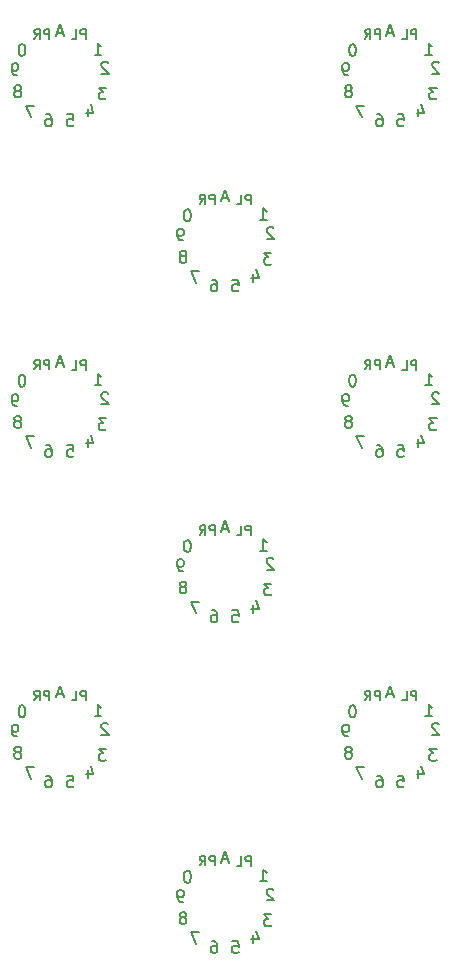
<source format=gbr>
G04 #@! TF.GenerationSoftware,KiCad,Pcbnew,(2018-01-14 revision 63e55e918)-makepkg*
G04 #@! TF.CreationDate,2018-02-22T22:40:35+00:00*
G04 #@! TF.ProjectId,Test nixie bearing,54657374206E69786965206265617269,rev?*
G04 #@! TF.SameCoordinates,Original*
G04 #@! TF.FileFunction,Legend,Bot*
G04 #@! TF.FilePolarity,Positive*
%FSLAX46Y46*%
G04 Gerber Fmt 4.6, Leading zero omitted, Abs format (unit mm)*
G04 Created by KiCad (PCBNEW (2018-01-14 revision 63e55e918)-makepkg) date 02/22/18 22:40:35*
%MOMM*%
%LPD*%
G01*
G04 APERTURE LIST*
%ADD10C,0.150000*%
G04 APERTURE END LIST*
D10*
X98110923Y-110856704D02*
X98110923Y-110056704D01*
X97806161Y-110056704D01*
X97729971Y-110094800D01*
X97691876Y-110132895D01*
X97653780Y-110209085D01*
X97653780Y-110323371D01*
X97691876Y-110399561D01*
X97729971Y-110437657D01*
X97806161Y-110475752D01*
X98110923Y-110475752D01*
X96853780Y-110856704D02*
X97120447Y-110475752D01*
X97310923Y-110856704D02*
X97310923Y-110056704D01*
X97006161Y-110056704D01*
X96929971Y-110094800D01*
X96891876Y-110132895D01*
X96853780Y-110209085D01*
X96853780Y-110323371D01*
X96891876Y-110399561D01*
X96929971Y-110437657D01*
X97006161Y-110475752D01*
X97310923Y-110475752D01*
X95847219Y-111318780D02*
X95751980Y-111318780D01*
X95656742Y-111366400D01*
X95609123Y-111414019D01*
X95561504Y-111509257D01*
X95513885Y-111699733D01*
X95513885Y-111937828D01*
X95561504Y-112128304D01*
X95609123Y-112223542D01*
X95656742Y-112271161D01*
X95751980Y-112318780D01*
X95847219Y-112318780D01*
X95942457Y-112271161D01*
X95990076Y-112223542D01*
X96037695Y-112128304D01*
X96085314Y-111937828D01*
X96085314Y-111699733D01*
X96037695Y-111509257D01*
X95990076Y-111414019D01*
X95942457Y-111366400D01*
X95847219Y-111318780D01*
X95405876Y-113944380D02*
X95215400Y-113944380D01*
X95120161Y-113896761D01*
X95072542Y-113849142D01*
X94977304Y-113706285D01*
X94929685Y-113515809D01*
X94929685Y-113134857D01*
X94977304Y-113039619D01*
X95024923Y-112992000D01*
X95120161Y-112944380D01*
X95310638Y-112944380D01*
X95405876Y-112992000D01*
X95453495Y-113039619D01*
X95501114Y-113134857D01*
X95501114Y-113372952D01*
X95453495Y-113468190D01*
X95405876Y-113515809D01*
X95310638Y-113563428D01*
X95120161Y-113563428D01*
X95024923Y-113515809D01*
X94977304Y-113468190D01*
X94929685Y-113372952D01*
X95539238Y-115252552D02*
X95634476Y-115204933D01*
X95682095Y-115157314D01*
X95729714Y-115062076D01*
X95729714Y-115014457D01*
X95682095Y-114919219D01*
X95634476Y-114871600D01*
X95539238Y-114823980D01*
X95348761Y-114823980D01*
X95253523Y-114871600D01*
X95205904Y-114919219D01*
X95158285Y-115014457D01*
X95158285Y-115062076D01*
X95205904Y-115157314D01*
X95253523Y-115204933D01*
X95348761Y-115252552D01*
X95539238Y-115252552D01*
X95634476Y-115300171D01*
X95682095Y-115347790D01*
X95729714Y-115443028D01*
X95729714Y-115633504D01*
X95682095Y-115728742D01*
X95634476Y-115776361D01*
X95539238Y-115823980D01*
X95348761Y-115823980D01*
X95253523Y-115776361D01*
X95205904Y-115728742D01*
X95158285Y-115633504D01*
X95158285Y-115443028D01*
X95205904Y-115347790D01*
X95253523Y-115300171D01*
X95348761Y-115252552D01*
X96793333Y-116525780D02*
X96126666Y-116525780D01*
X96555238Y-117525780D01*
X97869723Y-117262380D02*
X98060200Y-117262380D01*
X98155438Y-117310000D01*
X98203057Y-117357619D01*
X98298295Y-117500476D01*
X98345914Y-117690952D01*
X98345914Y-118071904D01*
X98298295Y-118167142D01*
X98250676Y-118214761D01*
X98155438Y-118262380D01*
X97964961Y-118262380D01*
X97869723Y-118214761D01*
X97822104Y-118167142D01*
X97774485Y-118071904D01*
X97774485Y-117833809D01*
X97822104Y-117738571D01*
X97869723Y-117690952D01*
X97964961Y-117643333D01*
X98155438Y-117643333D01*
X98250676Y-117690952D01*
X98298295Y-117738571D01*
X98345914Y-117833809D01*
X99625504Y-117262380D02*
X100101695Y-117262380D01*
X100149314Y-117738571D01*
X100101695Y-117690952D01*
X100006457Y-117643333D01*
X99768361Y-117643333D01*
X99673123Y-117690952D01*
X99625504Y-117738571D01*
X99577885Y-117833809D01*
X99577885Y-118071904D01*
X99625504Y-118167142D01*
X99673123Y-118214761D01*
X99768361Y-118262380D01*
X100006457Y-118262380D01*
X100101695Y-118214761D01*
X100149314Y-118167142D01*
X101374923Y-116782914D02*
X101374923Y-117449580D01*
X101613019Y-116401961D02*
X101851114Y-117116247D01*
X101232066Y-117116247D01*
X102914733Y-115001780D02*
X102295685Y-115001780D01*
X102629019Y-115382733D01*
X102486161Y-115382733D01*
X102390923Y-115430352D01*
X102343304Y-115477971D01*
X102295685Y-115573209D01*
X102295685Y-115811304D01*
X102343304Y-115906542D01*
X102390923Y-115954161D01*
X102486161Y-116001780D01*
X102771876Y-116001780D01*
X102867114Y-115954161D01*
X102914733Y-115906542D01*
X101184333Y-110882104D02*
X101184333Y-110082104D01*
X100879571Y-110082104D01*
X100803380Y-110120200D01*
X100765285Y-110158295D01*
X100727190Y-110234485D01*
X100727190Y-110348771D01*
X100765285Y-110424961D01*
X100803380Y-110463057D01*
X100879571Y-110501152D01*
X101184333Y-110501152D01*
X100003380Y-110882104D02*
X100384333Y-110882104D01*
X100384333Y-110082104D01*
X103095714Y-112912619D02*
X103048095Y-112865000D01*
X102952857Y-112817380D01*
X102714761Y-112817380D01*
X102619523Y-112865000D01*
X102571904Y-112912619D01*
X102524285Y-113007857D01*
X102524285Y-113103095D01*
X102571904Y-113245952D01*
X103143333Y-113817380D01*
X102524285Y-113817380D01*
X101965485Y-112217180D02*
X102536914Y-112217180D01*
X102251200Y-112217180D02*
X102251200Y-111217180D01*
X102346438Y-111360038D01*
X102441676Y-111455276D01*
X102536914Y-111502895D01*
X99238095Y-110356666D02*
X98761904Y-110356666D01*
X99333333Y-110642380D02*
X99000000Y-109642380D01*
X98666666Y-110642380D01*
X112110923Y-124856704D02*
X112110923Y-124056704D01*
X111806161Y-124056704D01*
X111729971Y-124094800D01*
X111691876Y-124132895D01*
X111653780Y-124209085D01*
X111653780Y-124323371D01*
X111691876Y-124399561D01*
X111729971Y-124437657D01*
X111806161Y-124475752D01*
X112110923Y-124475752D01*
X110853780Y-124856704D02*
X111120447Y-124475752D01*
X111310923Y-124856704D02*
X111310923Y-124056704D01*
X111006161Y-124056704D01*
X110929971Y-124094800D01*
X110891876Y-124132895D01*
X110853780Y-124209085D01*
X110853780Y-124323371D01*
X110891876Y-124399561D01*
X110929971Y-124437657D01*
X111006161Y-124475752D01*
X111310923Y-124475752D01*
X109847219Y-125318780D02*
X109751980Y-125318780D01*
X109656742Y-125366400D01*
X109609123Y-125414019D01*
X109561504Y-125509257D01*
X109513885Y-125699733D01*
X109513885Y-125937828D01*
X109561504Y-126128304D01*
X109609123Y-126223542D01*
X109656742Y-126271161D01*
X109751980Y-126318780D01*
X109847219Y-126318780D01*
X109942457Y-126271161D01*
X109990076Y-126223542D01*
X110037695Y-126128304D01*
X110085314Y-125937828D01*
X110085314Y-125699733D01*
X110037695Y-125509257D01*
X109990076Y-125414019D01*
X109942457Y-125366400D01*
X109847219Y-125318780D01*
X109405876Y-127944380D02*
X109215400Y-127944380D01*
X109120161Y-127896761D01*
X109072542Y-127849142D01*
X108977304Y-127706285D01*
X108929685Y-127515809D01*
X108929685Y-127134857D01*
X108977304Y-127039619D01*
X109024923Y-126992000D01*
X109120161Y-126944380D01*
X109310638Y-126944380D01*
X109405876Y-126992000D01*
X109453495Y-127039619D01*
X109501114Y-127134857D01*
X109501114Y-127372952D01*
X109453495Y-127468190D01*
X109405876Y-127515809D01*
X109310638Y-127563428D01*
X109120161Y-127563428D01*
X109024923Y-127515809D01*
X108977304Y-127468190D01*
X108929685Y-127372952D01*
X109539238Y-129252552D02*
X109634476Y-129204933D01*
X109682095Y-129157314D01*
X109729714Y-129062076D01*
X109729714Y-129014457D01*
X109682095Y-128919219D01*
X109634476Y-128871600D01*
X109539238Y-128823980D01*
X109348761Y-128823980D01*
X109253523Y-128871600D01*
X109205904Y-128919219D01*
X109158285Y-129014457D01*
X109158285Y-129062076D01*
X109205904Y-129157314D01*
X109253523Y-129204933D01*
X109348761Y-129252552D01*
X109539238Y-129252552D01*
X109634476Y-129300171D01*
X109682095Y-129347790D01*
X109729714Y-129443028D01*
X109729714Y-129633504D01*
X109682095Y-129728742D01*
X109634476Y-129776361D01*
X109539238Y-129823980D01*
X109348761Y-129823980D01*
X109253523Y-129776361D01*
X109205904Y-129728742D01*
X109158285Y-129633504D01*
X109158285Y-129443028D01*
X109205904Y-129347790D01*
X109253523Y-129300171D01*
X109348761Y-129252552D01*
X110793333Y-130525780D02*
X110126666Y-130525780D01*
X110555238Y-131525780D01*
X111869723Y-131262380D02*
X112060200Y-131262380D01*
X112155438Y-131310000D01*
X112203057Y-131357619D01*
X112298295Y-131500476D01*
X112345914Y-131690952D01*
X112345914Y-132071904D01*
X112298295Y-132167142D01*
X112250676Y-132214761D01*
X112155438Y-132262380D01*
X111964961Y-132262380D01*
X111869723Y-132214761D01*
X111822104Y-132167142D01*
X111774485Y-132071904D01*
X111774485Y-131833809D01*
X111822104Y-131738571D01*
X111869723Y-131690952D01*
X111964961Y-131643333D01*
X112155438Y-131643333D01*
X112250676Y-131690952D01*
X112298295Y-131738571D01*
X112345914Y-131833809D01*
X113625504Y-131262380D02*
X114101695Y-131262380D01*
X114149314Y-131738571D01*
X114101695Y-131690952D01*
X114006457Y-131643333D01*
X113768361Y-131643333D01*
X113673123Y-131690952D01*
X113625504Y-131738571D01*
X113577885Y-131833809D01*
X113577885Y-132071904D01*
X113625504Y-132167142D01*
X113673123Y-132214761D01*
X113768361Y-132262380D01*
X114006457Y-132262380D01*
X114101695Y-132214761D01*
X114149314Y-132167142D01*
X115374923Y-130782914D02*
X115374923Y-131449580D01*
X115613019Y-130401961D02*
X115851114Y-131116247D01*
X115232066Y-131116247D01*
X116914733Y-129001780D02*
X116295685Y-129001780D01*
X116629019Y-129382733D01*
X116486161Y-129382733D01*
X116390923Y-129430352D01*
X116343304Y-129477971D01*
X116295685Y-129573209D01*
X116295685Y-129811304D01*
X116343304Y-129906542D01*
X116390923Y-129954161D01*
X116486161Y-130001780D01*
X116771876Y-130001780D01*
X116867114Y-129954161D01*
X116914733Y-129906542D01*
X115184333Y-124882104D02*
X115184333Y-124082104D01*
X114879571Y-124082104D01*
X114803380Y-124120200D01*
X114765285Y-124158295D01*
X114727190Y-124234485D01*
X114727190Y-124348771D01*
X114765285Y-124424961D01*
X114803380Y-124463057D01*
X114879571Y-124501152D01*
X115184333Y-124501152D01*
X114003380Y-124882104D02*
X114384333Y-124882104D01*
X114384333Y-124082104D01*
X117095714Y-126912619D02*
X117048095Y-126865000D01*
X116952857Y-126817380D01*
X116714761Y-126817380D01*
X116619523Y-126865000D01*
X116571904Y-126912619D01*
X116524285Y-127007857D01*
X116524285Y-127103095D01*
X116571904Y-127245952D01*
X117143333Y-127817380D01*
X116524285Y-127817380D01*
X115965485Y-126217180D02*
X116536914Y-126217180D01*
X116251200Y-126217180D02*
X116251200Y-125217180D01*
X116346438Y-125360038D01*
X116441676Y-125455276D01*
X116536914Y-125502895D01*
X113238095Y-124356666D02*
X112761904Y-124356666D01*
X113333333Y-124642380D02*
X113000000Y-123642380D01*
X112666666Y-124642380D01*
X126110923Y-110856704D02*
X126110923Y-110056704D01*
X125806161Y-110056704D01*
X125729971Y-110094800D01*
X125691876Y-110132895D01*
X125653780Y-110209085D01*
X125653780Y-110323371D01*
X125691876Y-110399561D01*
X125729971Y-110437657D01*
X125806161Y-110475752D01*
X126110923Y-110475752D01*
X124853780Y-110856704D02*
X125120447Y-110475752D01*
X125310923Y-110856704D02*
X125310923Y-110056704D01*
X125006161Y-110056704D01*
X124929971Y-110094800D01*
X124891876Y-110132895D01*
X124853780Y-110209085D01*
X124853780Y-110323371D01*
X124891876Y-110399561D01*
X124929971Y-110437657D01*
X125006161Y-110475752D01*
X125310923Y-110475752D01*
X123847219Y-111318780D02*
X123751980Y-111318780D01*
X123656742Y-111366400D01*
X123609123Y-111414019D01*
X123561504Y-111509257D01*
X123513885Y-111699733D01*
X123513885Y-111937828D01*
X123561504Y-112128304D01*
X123609123Y-112223542D01*
X123656742Y-112271161D01*
X123751980Y-112318780D01*
X123847219Y-112318780D01*
X123942457Y-112271161D01*
X123990076Y-112223542D01*
X124037695Y-112128304D01*
X124085314Y-111937828D01*
X124085314Y-111699733D01*
X124037695Y-111509257D01*
X123990076Y-111414019D01*
X123942457Y-111366400D01*
X123847219Y-111318780D01*
X123405876Y-113944380D02*
X123215400Y-113944380D01*
X123120161Y-113896761D01*
X123072542Y-113849142D01*
X122977304Y-113706285D01*
X122929685Y-113515809D01*
X122929685Y-113134857D01*
X122977304Y-113039619D01*
X123024923Y-112992000D01*
X123120161Y-112944380D01*
X123310638Y-112944380D01*
X123405876Y-112992000D01*
X123453495Y-113039619D01*
X123501114Y-113134857D01*
X123501114Y-113372952D01*
X123453495Y-113468190D01*
X123405876Y-113515809D01*
X123310638Y-113563428D01*
X123120161Y-113563428D01*
X123024923Y-113515809D01*
X122977304Y-113468190D01*
X122929685Y-113372952D01*
X123539238Y-115252552D02*
X123634476Y-115204933D01*
X123682095Y-115157314D01*
X123729714Y-115062076D01*
X123729714Y-115014457D01*
X123682095Y-114919219D01*
X123634476Y-114871600D01*
X123539238Y-114823980D01*
X123348761Y-114823980D01*
X123253523Y-114871600D01*
X123205904Y-114919219D01*
X123158285Y-115014457D01*
X123158285Y-115062076D01*
X123205904Y-115157314D01*
X123253523Y-115204933D01*
X123348761Y-115252552D01*
X123539238Y-115252552D01*
X123634476Y-115300171D01*
X123682095Y-115347790D01*
X123729714Y-115443028D01*
X123729714Y-115633504D01*
X123682095Y-115728742D01*
X123634476Y-115776361D01*
X123539238Y-115823980D01*
X123348761Y-115823980D01*
X123253523Y-115776361D01*
X123205904Y-115728742D01*
X123158285Y-115633504D01*
X123158285Y-115443028D01*
X123205904Y-115347790D01*
X123253523Y-115300171D01*
X123348761Y-115252552D01*
X124793333Y-116525780D02*
X124126666Y-116525780D01*
X124555238Y-117525780D01*
X125869723Y-117262380D02*
X126060200Y-117262380D01*
X126155438Y-117310000D01*
X126203057Y-117357619D01*
X126298295Y-117500476D01*
X126345914Y-117690952D01*
X126345914Y-118071904D01*
X126298295Y-118167142D01*
X126250676Y-118214761D01*
X126155438Y-118262380D01*
X125964961Y-118262380D01*
X125869723Y-118214761D01*
X125822104Y-118167142D01*
X125774485Y-118071904D01*
X125774485Y-117833809D01*
X125822104Y-117738571D01*
X125869723Y-117690952D01*
X125964961Y-117643333D01*
X126155438Y-117643333D01*
X126250676Y-117690952D01*
X126298295Y-117738571D01*
X126345914Y-117833809D01*
X127625504Y-117262380D02*
X128101695Y-117262380D01*
X128149314Y-117738571D01*
X128101695Y-117690952D01*
X128006457Y-117643333D01*
X127768361Y-117643333D01*
X127673123Y-117690952D01*
X127625504Y-117738571D01*
X127577885Y-117833809D01*
X127577885Y-118071904D01*
X127625504Y-118167142D01*
X127673123Y-118214761D01*
X127768361Y-118262380D01*
X128006457Y-118262380D01*
X128101695Y-118214761D01*
X128149314Y-118167142D01*
X129374923Y-116782914D02*
X129374923Y-117449580D01*
X129613019Y-116401961D02*
X129851114Y-117116247D01*
X129232066Y-117116247D01*
X130914733Y-115001780D02*
X130295685Y-115001780D01*
X130629019Y-115382733D01*
X130486161Y-115382733D01*
X130390923Y-115430352D01*
X130343304Y-115477971D01*
X130295685Y-115573209D01*
X130295685Y-115811304D01*
X130343304Y-115906542D01*
X130390923Y-115954161D01*
X130486161Y-116001780D01*
X130771876Y-116001780D01*
X130867114Y-115954161D01*
X130914733Y-115906542D01*
X129184333Y-110882104D02*
X129184333Y-110082104D01*
X128879571Y-110082104D01*
X128803380Y-110120200D01*
X128765285Y-110158295D01*
X128727190Y-110234485D01*
X128727190Y-110348771D01*
X128765285Y-110424961D01*
X128803380Y-110463057D01*
X128879571Y-110501152D01*
X129184333Y-110501152D01*
X128003380Y-110882104D02*
X128384333Y-110882104D01*
X128384333Y-110082104D01*
X131095714Y-112912619D02*
X131048095Y-112865000D01*
X130952857Y-112817380D01*
X130714761Y-112817380D01*
X130619523Y-112865000D01*
X130571904Y-112912619D01*
X130524285Y-113007857D01*
X130524285Y-113103095D01*
X130571904Y-113245952D01*
X131143333Y-113817380D01*
X130524285Y-113817380D01*
X129965485Y-112217180D02*
X130536914Y-112217180D01*
X130251200Y-112217180D02*
X130251200Y-111217180D01*
X130346438Y-111360038D01*
X130441676Y-111455276D01*
X130536914Y-111502895D01*
X127238095Y-110356666D02*
X126761904Y-110356666D01*
X127333333Y-110642380D02*
X127000000Y-109642380D01*
X126666666Y-110642380D01*
X112110923Y-96856704D02*
X112110923Y-96056704D01*
X111806161Y-96056704D01*
X111729971Y-96094800D01*
X111691876Y-96132895D01*
X111653780Y-96209085D01*
X111653780Y-96323371D01*
X111691876Y-96399561D01*
X111729971Y-96437657D01*
X111806161Y-96475752D01*
X112110923Y-96475752D01*
X110853780Y-96856704D02*
X111120447Y-96475752D01*
X111310923Y-96856704D02*
X111310923Y-96056704D01*
X111006161Y-96056704D01*
X110929971Y-96094800D01*
X110891876Y-96132895D01*
X110853780Y-96209085D01*
X110853780Y-96323371D01*
X110891876Y-96399561D01*
X110929971Y-96437657D01*
X111006161Y-96475752D01*
X111310923Y-96475752D01*
X109847219Y-97318780D02*
X109751980Y-97318780D01*
X109656742Y-97366400D01*
X109609123Y-97414019D01*
X109561504Y-97509257D01*
X109513885Y-97699733D01*
X109513885Y-97937828D01*
X109561504Y-98128304D01*
X109609123Y-98223542D01*
X109656742Y-98271161D01*
X109751980Y-98318780D01*
X109847219Y-98318780D01*
X109942457Y-98271161D01*
X109990076Y-98223542D01*
X110037695Y-98128304D01*
X110085314Y-97937828D01*
X110085314Y-97699733D01*
X110037695Y-97509257D01*
X109990076Y-97414019D01*
X109942457Y-97366400D01*
X109847219Y-97318780D01*
X109405876Y-99944380D02*
X109215400Y-99944380D01*
X109120161Y-99896761D01*
X109072542Y-99849142D01*
X108977304Y-99706285D01*
X108929685Y-99515809D01*
X108929685Y-99134857D01*
X108977304Y-99039619D01*
X109024923Y-98992000D01*
X109120161Y-98944380D01*
X109310638Y-98944380D01*
X109405876Y-98992000D01*
X109453495Y-99039619D01*
X109501114Y-99134857D01*
X109501114Y-99372952D01*
X109453495Y-99468190D01*
X109405876Y-99515809D01*
X109310638Y-99563428D01*
X109120161Y-99563428D01*
X109024923Y-99515809D01*
X108977304Y-99468190D01*
X108929685Y-99372952D01*
X109539238Y-101252552D02*
X109634476Y-101204933D01*
X109682095Y-101157314D01*
X109729714Y-101062076D01*
X109729714Y-101014457D01*
X109682095Y-100919219D01*
X109634476Y-100871600D01*
X109539238Y-100823980D01*
X109348761Y-100823980D01*
X109253523Y-100871600D01*
X109205904Y-100919219D01*
X109158285Y-101014457D01*
X109158285Y-101062076D01*
X109205904Y-101157314D01*
X109253523Y-101204933D01*
X109348761Y-101252552D01*
X109539238Y-101252552D01*
X109634476Y-101300171D01*
X109682095Y-101347790D01*
X109729714Y-101443028D01*
X109729714Y-101633504D01*
X109682095Y-101728742D01*
X109634476Y-101776361D01*
X109539238Y-101823980D01*
X109348761Y-101823980D01*
X109253523Y-101776361D01*
X109205904Y-101728742D01*
X109158285Y-101633504D01*
X109158285Y-101443028D01*
X109205904Y-101347790D01*
X109253523Y-101300171D01*
X109348761Y-101252552D01*
X110793333Y-102525780D02*
X110126666Y-102525780D01*
X110555238Y-103525780D01*
X111869723Y-103262380D02*
X112060200Y-103262380D01*
X112155438Y-103310000D01*
X112203057Y-103357619D01*
X112298295Y-103500476D01*
X112345914Y-103690952D01*
X112345914Y-104071904D01*
X112298295Y-104167142D01*
X112250676Y-104214761D01*
X112155438Y-104262380D01*
X111964961Y-104262380D01*
X111869723Y-104214761D01*
X111822104Y-104167142D01*
X111774485Y-104071904D01*
X111774485Y-103833809D01*
X111822104Y-103738571D01*
X111869723Y-103690952D01*
X111964961Y-103643333D01*
X112155438Y-103643333D01*
X112250676Y-103690952D01*
X112298295Y-103738571D01*
X112345914Y-103833809D01*
X113625504Y-103262380D02*
X114101695Y-103262380D01*
X114149314Y-103738571D01*
X114101695Y-103690952D01*
X114006457Y-103643333D01*
X113768361Y-103643333D01*
X113673123Y-103690952D01*
X113625504Y-103738571D01*
X113577885Y-103833809D01*
X113577885Y-104071904D01*
X113625504Y-104167142D01*
X113673123Y-104214761D01*
X113768361Y-104262380D01*
X114006457Y-104262380D01*
X114101695Y-104214761D01*
X114149314Y-104167142D01*
X115374923Y-102782914D02*
X115374923Y-103449580D01*
X115613019Y-102401961D02*
X115851114Y-103116247D01*
X115232066Y-103116247D01*
X116914733Y-101001780D02*
X116295685Y-101001780D01*
X116629019Y-101382733D01*
X116486161Y-101382733D01*
X116390923Y-101430352D01*
X116343304Y-101477971D01*
X116295685Y-101573209D01*
X116295685Y-101811304D01*
X116343304Y-101906542D01*
X116390923Y-101954161D01*
X116486161Y-102001780D01*
X116771876Y-102001780D01*
X116867114Y-101954161D01*
X116914733Y-101906542D01*
X115184333Y-96882104D02*
X115184333Y-96082104D01*
X114879571Y-96082104D01*
X114803380Y-96120200D01*
X114765285Y-96158295D01*
X114727190Y-96234485D01*
X114727190Y-96348771D01*
X114765285Y-96424961D01*
X114803380Y-96463057D01*
X114879571Y-96501152D01*
X115184333Y-96501152D01*
X114003380Y-96882104D02*
X114384333Y-96882104D01*
X114384333Y-96082104D01*
X117095714Y-98912619D02*
X117048095Y-98865000D01*
X116952857Y-98817380D01*
X116714761Y-98817380D01*
X116619523Y-98865000D01*
X116571904Y-98912619D01*
X116524285Y-99007857D01*
X116524285Y-99103095D01*
X116571904Y-99245952D01*
X117143333Y-99817380D01*
X116524285Y-99817380D01*
X115965485Y-98217180D02*
X116536914Y-98217180D01*
X116251200Y-98217180D02*
X116251200Y-97217180D01*
X116346438Y-97360038D01*
X116441676Y-97455276D01*
X116536914Y-97502895D01*
X113238095Y-96356666D02*
X112761904Y-96356666D01*
X113333333Y-96642380D02*
X113000000Y-95642380D01*
X112666666Y-96642380D01*
X126110923Y-82856704D02*
X126110923Y-82056704D01*
X125806161Y-82056704D01*
X125729971Y-82094800D01*
X125691876Y-82132895D01*
X125653780Y-82209085D01*
X125653780Y-82323371D01*
X125691876Y-82399561D01*
X125729971Y-82437657D01*
X125806161Y-82475752D01*
X126110923Y-82475752D01*
X124853780Y-82856704D02*
X125120447Y-82475752D01*
X125310923Y-82856704D02*
X125310923Y-82056704D01*
X125006161Y-82056704D01*
X124929971Y-82094800D01*
X124891876Y-82132895D01*
X124853780Y-82209085D01*
X124853780Y-82323371D01*
X124891876Y-82399561D01*
X124929971Y-82437657D01*
X125006161Y-82475752D01*
X125310923Y-82475752D01*
X123847219Y-83318780D02*
X123751980Y-83318780D01*
X123656742Y-83366400D01*
X123609123Y-83414019D01*
X123561504Y-83509257D01*
X123513885Y-83699733D01*
X123513885Y-83937828D01*
X123561504Y-84128304D01*
X123609123Y-84223542D01*
X123656742Y-84271161D01*
X123751980Y-84318780D01*
X123847219Y-84318780D01*
X123942457Y-84271161D01*
X123990076Y-84223542D01*
X124037695Y-84128304D01*
X124085314Y-83937828D01*
X124085314Y-83699733D01*
X124037695Y-83509257D01*
X123990076Y-83414019D01*
X123942457Y-83366400D01*
X123847219Y-83318780D01*
X123405876Y-85944380D02*
X123215400Y-85944380D01*
X123120161Y-85896761D01*
X123072542Y-85849142D01*
X122977304Y-85706285D01*
X122929685Y-85515809D01*
X122929685Y-85134857D01*
X122977304Y-85039619D01*
X123024923Y-84992000D01*
X123120161Y-84944380D01*
X123310638Y-84944380D01*
X123405876Y-84992000D01*
X123453495Y-85039619D01*
X123501114Y-85134857D01*
X123501114Y-85372952D01*
X123453495Y-85468190D01*
X123405876Y-85515809D01*
X123310638Y-85563428D01*
X123120161Y-85563428D01*
X123024923Y-85515809D01*
X122977304Y-85468190D01*
X122929685Y-85372952D01*
X123539238Y-87252552D02*
X123634476Y-87204933D01*
X123682095Y-87157314D01*
X123729714Y-87062076D01*
X123729714Y-87014457D01*
X123682095Y-86919219D01*
X123634476Y-86871600D01*
X123539238Y-86823980D01*
X123348761Y-86823980D01*
X123253523Y-86871600D01*
X123205904Y-86919219D01*
X123158285Y-87014457D01*
X123158285Y-87062076D01*
X123205904Y-87157314D01*
X123253523Y-87204933D01*
X123348761Y-87252552D01*
X123539238Y-87252552D01*
X123634476Y-87300171D01*
X123682095Y-87347790D01*
X123729714Y-87443028D01*
X123729714Y-87633504D01*
X123682095Y-87728742D01*
X123634476Y-87776361D01*
X123539238Y-87823980D01*
X123348761Y-87823980D01*
X123253523Y-87776361D01*
X123205904Y-87728742D01*
X123158285Y-87633504D01*
X123158285Y-87443028D01*
X123205904Y-87347790D01*
X123253523Y-87300171D01*
X123348761Y-87252552D01*
X124793333Y-88525780D02*
X124126666Y-88525780D01*
X124555238Y-89525780D01*
X125869723Y-89262380D02*
X126060200Y-89262380D01*
X126155438Y-89310000D01*
X126203057Y-89357619D01*
X126298295Y-89500476D01*
X126345914Y-89690952D01*
X126345914Y-90071904D01*
X126298295Y-90167142D01*
X126250676Y-90214761D01*
X126155438Y-90262380D01*
X125964961Y-90262380D01*
X125869723Y-90214761D01*
X125822104Y-90167142D01*
X125774485Y-90071904D01*
X125774485Y-89833809D01*
X125822104Y-89738571D01*
X125869723Y-89690952D01*
X125964961Y-89643333D01*
X126155438Y-89643333D01*
X126250676Y-89690952D01*
X126298295Y-89738571D01*
X126345914Y-89833809D01*
X127625504Y-89262380D02*
X128101695Y-89262380D01*
X128149314Y-89738571D01*
X128101695Y-89690952D01*
X128006457Y-89643333D01*
X127768361Y-89643333D01*
X127673123Y-89690952D01*
X127625504Y-89738571D01*
X127577885Y-89833809D01*
X127577885Y-90071904D01*
X127625504Y-90167142D01*
X127673123Y-90214761D01*
X127768361Y-90262380D01*
X128006457Y-90262380D01*
X128101695Y-90214761D01*
X128149314Y-90167142D01*
X129374923Y-88782914D02*
X129374923Y-89449580D01*
X129613019Y-88401961D02*
X129851114Y-89116247D01*
X129232066Y-89116247D01*
X130914733Y-87001780D02*
X130295685Y-87001780D01*
X130629019Y-87382733D01*
X130486161Y-87382733D01*
X130390923Y-87430352D01*
X130343304Y-87477971D01*
X130295685Y-87573209D01*
X130295685Y-87811304D01*
X130343304Y-87906542D01*
X130390923Y-87954161D01*
X130486161Y-88001780D01*
X130771876Y-88001780D01*
X130867114Y-87954161D01*
X130914733Y-87906542D01*
X129184333Y-82882104D02*
X129184333Y-82082104D01*
X128879571Y-82082104D01*
X128803380Y-82120200D01*
X128765285Y-82158295D01*
X128727190Y-82234485D01*
X128727190Y-82348771D01*
X128765285Y-82424961D01*
X128803380Y-82463057D01*
X128879571Y-82501152D01*
X129184333Y-82501152D01*
X128003380Y-82882104D02*
X128384333Y-82882104D01*
X128384333Y-82082104D01*
X131095714Y-84912619D02*
X131048095Y-84865000D01*
X130952857Y-84817380D01*
X130714761Y-84817380D01*
X130619523Y-84865000D01*
X130571904Y-84912619D01*
X130524285Y-85007857D01*
X130524285Y-85103095D01*
X130571904Y-85245952D01*
X131143333Y-85817380D01*
X130524285Y-85817380D01*
X129965485Y-84217180D02*
X130536914Y-84217180D01*
X130251200Y-84217180D02*
X130251200Y-83217180D01*
X130346438Y-83360038D01*
X130441676Y-83455276D01*
X130536914Y-83502895D01*
X127238095Y-82356666D02*
X126761904Y-82356666D01*
X127333333Y-82642380D02*
X127000000Y-81642380D01*
X126666666Y-82642380D01*
X98110923Y-82856704D02*
X98110923Y-82056704D01*
X97806161Y-82056704D01*
X97729971Y-82094800D01*
X97691876Y-82132895D01*
X97653780Y-82209085D01*
X97653780Y-82323371D01*
X97691876Y-82399561D01*
X97729971Y-82437657D01*
X97806161Y-82475752D01*
X98110923Y-82475752D01*
X96853780Y-82856704D02*
X97120447Y-82475752D01*
X97310923Y-82856704D02*
X97310923Y-82056704D01*
X97006161Y-82056704D01*
X96929971Y-82094800D01*
X96891876Y-82132895D01*
X96853780Y-82209085D01*
X96853780Y-82323371D01*
X96891876Y-82399561D01*
X96929971Y-82437657D01*
X97006161Y-82475752D01*
X97310923Y-82475752D01*
X95847219Y-83318780D02*
X95751980Y-83318780D01*
X95656742Y-83366400D01*
X95609123Y-83414019D01*
X95561504Y-83509257D01*
X95513885Y-83699733D01*
X95513885Y-83937828D01*
X95561504Y-84128304D01*
X95609123Y-84223542D01*
X95656742Y-84271161D01*
X95751980Y-84318780D01*
X95847219Y-84318780D01*
X95942457Y-84271161D01*
X95990076Y-84223542D01*
X96037695Y-84128304D01*
X96085314Y-83937828D01*
X96085314Y-83699733D01*
X96037695Y-83509257D01*
X95990076Y-83414019D01*
X95942457Y-83366400D01*
X95847219Y-83318780D01*
X95405876Y-85944380D02*
X95215400Y-85944380D01*
X95120161Y-85896761D01*
X95072542Y-85849142D01*
X94977304Y-85706285D01*
X94929685Y-85515809D01*
X94929685Y-85134857D01*
X94977304Y-85039619D01*
X95024923Y-84992000D01*
X95120161Y-84944380D01*
X95310638Y-84944380D01*
X95405876Y-84992000D01*
X95453495Y-85039619D01*
X95501114Y-85134857D01*
X95501114Y-85372952D01*
X95453495Y-85468190D01*
X95405876Y-85515809D01*
X95310638Y-85563428D01*
X95120161Y-85563428D01*
X95024923Y-85515809D01*
X94977304Y-85468190D01*
X94929685Y-85372952D01*
X95539238Y-87252552D02*
X95634476Y-87204933D01*
X95682095Y-87157314D01*
X95729714Y-87062076D01*
X95729714Y-87014457D01*
X95682095Y-86919219D01*
X95634476Y-86871600D01*
X95539238Y-86823980D01*
X95348761Y-86823980D01*
X95253523Y-86871600D01*
X95205904Y-86919219D01*
X95158285Y-87014457D01*
X95158285Y-87062076D01*
X95205904Y-87157314D01*
X95253523Y-87204933D01*
X95348761Y-87252552D01*
X95539238Y-87252552D01*
X95634476Y-87300171D01*
X95682095Y-87347790D01*
X95729714Y-87443028D01*
X95729714Y-87633504D01*
X95682095Y-87728742D01*
X95634476Y-87776361D01*
X95539238Y-87823980D01*
X95348761Y-87823980D01*
X95253523Y-87776361D01*
X95205904Y-87728742D01*
X95158285Y-87633504D01*
X95158285Y-87443028D01*
X95205904Y-87347790D01*
X95253523Y-87300171D01*
X95348761Y-87252552D01*
X96793333Y-88525780D02*
X96126666Y-88525780D01*
X96555238Y-89525780D01*
X97869723Y-89262380D02*
X98060200Y-89262380D01*
X98155438Y-89310000D01*
X98203057Y-89357619D01*
X98298295Y-89500476D01*
X98345914Y-89690952D01*
X98345914Y-90071904D01*
X98298295Y-90167142D01*
X98250676Y-90214761D01*
X98155438Y-90262380D01*
X97964961Y-90262380D01*
X97869723Y-90214761D01*
X97822104Y-90167142D01*
X97774485Y-90071904D01*
X97774485Y-89833809D01*
X97822104Y-89738571D01*
X97869723Y-89690952D01*
X97964961Y-89643333D01*
X98155438Y-89643333D01*
X98250676Y-89690952D01*
X98298295Y-89738571D01*
X98345914Y-89833809D01*
X99625504Y-89262380D02*
X100101695Y-89262380D01*
X100149314Y-89738571D01*
X100101695Y-89690952D01*
X100006457Y-89643333D01*
X99768361Y-89643333D01*
X99673123Y-89690952D01*
X99625504Y-89738571D01*
X99577885Y-89833809D01*
X99577885Y-90071904D01*
X99625504Y-90167142D01*
X99673123Y-90214761D01*
X99768361Y-90262380D01*
X100006457Y-90262380D01*
X100101695Y-90214761D01*
X100149314Y-90167142D01*
X101374923Y-88782914D02*
X101374923Y-89449580D01*
X101613019Y-88401961D02*
X101851114Y-89116247D01*
X101232066Y-89116247D01*
X102914733Y-87001780D02*
X102295685Y-87001780D01*
X102629019Y-87382733D01*
X102486161Y-87382733D01*
X102390923Y-87430352D01*
X102343304Y-87477971D01*
X102295685Y-87573209D01*
X102295685Y-87811304D01*
X102343304Y-87906542D01*
X102390923Y-87954161D01*
X102486161Y-88001780D01*
X102771876Y-88001780D01*
X102867114Y-87954161D01*
X102914733Y-87906542D01*
X101184333Y-82882104D02*
X101184333Y-82082104D01*
X100879571Y-82082104D01*
X100803380Y-82120200D01*
X100765285Y-82158295D01*
X100727190Y-82234485D01*
X100727190Y-82348771D01*
X100765285Y-82424961D01*
X100803380Y-82463057D01*
X100879571Y-82501152D01*
X101184333Y-82501152D01*
X100003380Y-82882104D02*
X100384333Y-82882104D01*
X100384333Y-82082104D01*
X103095714Y-84912619D02*
X103048095Y-84865000D01*
X102952857Y-84817380D01*
X102714761Y-84817380D01*
X102619523Y-84865000D01*
X102571904Y-84912619D01*
X102524285Y-85007857D01*
X102524285Y-85103095D01*
X102571904Y-85245952D01*
X103143333Y-85817380D01*
X102524285Y-85817380D01*
X101965485Y-84217180D02*
X102536914Y-84217180D01*
X102251200Y-84217180D02*
X102251200Y-83217180D01*
X102346438Y-83360038D01*
X102441676Y-83455276D01*
X102536914Y-83502895D01*
X99238095Y-82356666D02*
X98761904Y-82356666D01*
X99333333Y-82642380D02*
X99000000Y-81642380D01*
X98666666Y-82642380D01*
X112110923Y-68856704D02*
X112110923Y-68056704D01*
X111806161Y-68056704D01*
X111729971Y-68094800D01*
X111691876Y-68132895D01*
X111653780Y-68209085D01*
X111653780Y-68323371D01*
X111691876Y-68399561D01*
X111729971Y-68437657D01*
X111806161Y-68475752D01*
X112110923Y-68475752D01*
X110853780Y-68856704D02*
X111120447Y-68475752D01*
X111310923Y-68856704D02*
X111310923Y-68056704D01*
X111006161Y-68056704D01*
X110929971Y-68094800D01*
X110891876Y-68132895D01*
X110853780Y-68209085D01*
X110853780Y-68323371D01*
X110891876Y-68399561D01*
X110929971Y-68437657D01*
X111006161Y-68475752D01*
X111310923Y-68475752D01*
X109847219Y-69318780D02*
X109751980Y-69318780D01*
X109656742Y-69366400D01*
X109609123Y-69414019D01*
X109561504Y-69509257D01*
X109513885Y-69699733D01*
X109513885Y-69937828D01*
X109561504Y-70128304D01*
X109609123Y-70223542D01*
X109656742Y-70271161D01*
X109751980Y-70318780D01*
X109847219Y-70318780D01*
X109942457Y-70271161D01*
X109990076Y-70223542D01*
X110037695Y-70128304D01*
X110085314Y-69937828D01*
X110085314Y-69699733D01*
X110037695Y-69509257D01*
X109990076Y-69414019D01*
X109942457Y-69366400D01*
X109847219Y-69318780D01*
X109405876Y-71944380D02*
X109215400Y-71944380D01*
X109120161Y-71896761D01*
X109072542Y-71849142D01*
X108977304Y-71706285D01*
X108929685Y-71515809D01*
X108929685Y-71134857D01*
X108977304Y-71039619D01*
X109024923Y-70992000D01*
X109120161Y-70944380D01*
X109310638Y-70944380D01*
X109405876Y-70992000D01*
X109453495Y-71039619D01*
X109501114Y-71134857D01*
X109501114Y-71372952D01*
X109453495Y-71468190D01*
X109405876Y-71515809D01*
X109310638Y-71563428D01*
X109120161Y-71563428D01*
X109024923Y-71515809D01*
X108977304Y-71468190D01*
X108929685Y-71372952D01*
X109539238Y-73252552D02*
X109634476Y-73204933D01*
X109682095Y-73157314D01*
X109729714Y-73062076D01*
X109729714Y-73014457D01*
X109682095Y-72919219D01*
X109634476Y-72871600D01*
X109539238Y-72823980D01*
X109348761Y-72823980D01*
X109253523Y-72871600D01*
X109205904Y-72919219D01*
X109158285Y-73014457D01*
X109158285Y-73062076D01*
X109205904Y-73157314D01*
X109253523Y-73204933D01*
X109348761Y-73252552D01*
X109539238Y-73252552D01*
X109634476Y-73300171D01*
X109682095Y-73347790D01*
X109729714Y-73443028D01*
X109729714Y-73633504D01*
X109682095Y-73728742D01*
X109634476Y-73776361D01*
X109539238Y-73823980D01*
X109348761Y-73823980D01*
X109253523Y-73776361D01*
X109205904Y-73728742D01*
X109158285Y-73633504D01*
X109158285Y-73443028D01*
X109205904Y-73347790D01*
X109253523Y-73300171D01*
X109348761Y-73252552D01*
X110793333Y-74525780D02*
X110126666Y-74525780D01*
X110555238Y-75525780D01*
X111869723Y-75262380D02*
X112060200Y-75262380D01*
X112155438Y-75310000D01*
X112203057Y-75357619D01*
X112298295Y-75500476D01*
X112345914Y-75690952D01*
X112345914Y-76071904D01*
X112298295Y-76167142D01*
X112250676Y-76214761D01*
X112155438Y-76262380D01*
X111964961Y-76262380D01*
X111869723Y-76214761D01*
X111822104Y-76167142D01*
X111774485Y-76071904D01*
X111774485Y-75833809D01*
X111822104Y-75738571D01*
X111869723Y-75690952D01*
X111964961Y-75643333D01*
X112155438Y-75643333D01*
X112250676Y-75690952D01*
X112298295Y-75738571D01*
X112345914Y-75833809D01*
X113625504Y-75262380D02*
X114101695Y-75262380D01*
X114149314Y-75738571D01*
X114101695Y-75690952D01*
X114006457Y-75643333D01*
X113768361Y-75643333D01*
X113673123Y-75690952D01*
X113625504Y-75738571D01*
X113577885Y-75833809D01*
X113577885Y-76071904D01*
X113625504Y-76167142D01*
X113673123Y-76214761D01*
X113768361Y-76262380D01*
X114006457Y-76262380D01*
X114101695Y-76214761D01*
X114149314Y-76167142D01*
X115374923Y-74782914D02*
X115374923Y-75449580D01*
X115613019Y-74401961D02*
X115851114Y-75116247D01*
X115232066Y-75116247D01*
X116914733Y-73001780D02*
X116295685Y-73001780D01*
X116629019Y-73382733D01*
X116486161Y-73382733D01*
X116390923Y-73430352D01*
X116343304Y-73477971D01*
X116295685Y-73573209D01*
X116295685Y-73811304D01*
X116343304Y-73906542D01*
X116390923Y-73954161D01*
X116486161Y-74001780D01*
X116771876Y-74001780D01*
X116867114Y-73954161D01*
X116914733Y-73906542D01*
X115184333Y-68882104D02*
X115184333Y-68082104D01*
X114879571Y-68082104D01*
X114803380Y-68120200D01*
X114765285Y-68158295D01*
X114727190Y-68234485D01*
X114727190Y-68348771D01*
X114765285Y-68424961D01*
X114803380Y-68463057D01*
X114879571Y-68501152D01*
X115184333Y-68501152D01*
X114003380Y-68882104D02*
X114384333Y-68882104D01*
X114384333Y-68082104D01*
X117095714Y-70912619D02*
X117048095Y-70865000D01*
X116952857Y-70817380D01*
X116714761Y-70817380D01*
X116619523Y-70865000D01*
X116571904Y-70912619D01*
X116524285Y-71007857D01*
X116524285Y-71103095D01*
X116571904Y-71245952D01*
X117143333Y-71817380D01*
X116524285Y-71817380D01*
X115965485Y-70217180D02*
X116536914Y-70217180D01*
X116251200Y-70217180D02*
X116251200Y-69217180D01*
X116346438Y-69360038D01*
X116441676Y-69455276D01*
X116536914Y-69502895D01*
X113238095Y-68356666D02*
X112761904Y-68356666D01*
X113333333Y-68642380D02*
X113000000Y-67642380D01*
X112666666Y-68642380D01*
X126110923Y-54856704D02*
X126110923Y-54056704D01*
X125806161Y-54056704D01*
X125729971Y-54094800D01*
X125691876Y-54132895D01*
X125653780Y-54209085D01*
X125653780Y-54323371D01*
X125691876Y-54399561D01*
X125729971Y-54437657D01*
X125806161Y-54475752D01*
X126110923Y-54475752D01*
X124853780Y-54856704D02*
X125120447Y-54475752D01*
X125310923Y-54856704D02*
X125310923Y-54056704D01*
X125006161Y-54056704D01*
X124929971Y-54094800D01*
X124891876Y-54132895D01*
X124853780Y-54209085D01*
X124853780Y-54323371D01*
X124891876Y-54399561D01*
X124929971Y-54437657D01*
X125006161Y-54475752D01*
X125310923Y-54475752D01*
X123847219Y-55318780D02*
X123751980Y-55318780D01*
X123656742Y-55366400D01*
X123609123Y-55414019D01*
X123561504Y-55509257D01*
X123513885Y-55699733D01*
X123513885Y-55937828D01*
X123561504Y-56128304D01*
X123609123Y-56223542D01*
X123656742Y-56271161D01*
X123751980Y-56318780D01*
X123847219Y-56318780D01*
X123942457Y-56271161D01*
X123990076Y-56223542D01*
X124037695Y-56128304D01*
X124085314Y-55937828D01*
X124085314Y-55699733D01*
X124037695Y-55509257D01*
X123990076Y-55414019D01*
X123942457Y-55366400D01*
X123847219Y-55318780D01*
X123405876Y-57944380D02*
X123215400Y-57944380D01*
X123120161Y-57896761D01*
X123072542Y-57849142D01*
X122977304Y-57706285D01*
X122929685Y-57515809D01*
X122929685Y-57134857D01*
X122977304Y-57039619D01*
X123024923Y-56992000D01*
X123120161Y-56944380D01*
X123310638Y-56944380D01*
X123405876Y-56992000D01*
X123453495Y-57039619D01*
X123501114Y-57134857D01*
X123501114Y-57372952D01*
X123453495Y-57468190D01*
X123405876Y-57515809D01*
X123310638Y-57563428D01*
X123120161Y-57563428D01*
X123024923Y-57515809D01*
X122977304Y-57468190D01*
X122929685Y-57372952D01*
X123539238Y-59252552D02*
X123634476Y-59204933D01*
X123682095Y-59157314D01*
X123729714Y-59062076D01*
X123729714Y-59014457D01*
X123682095Y-58919219D01*
X123634476Y-58871600D01*
X123539238Y-58823980D01*
X123348761Y-58823980D01*
X123253523Y-58871600D01*
X123205904Y-58919219D01*
X123158285Y-59014457D01*
X123158285Y-59062076D01*
X123205904Y-59157314D01*
X123253523Y-59204933D01*
X123348761Y-59252552D01*
X123539238Y-59252552D01*
X123634476Y-59300171D01*
X123682095Y-59347790D01*
X123729714Y-59443028D01*
X123729714Y-59633504D01*
X123682095Y-59728742D01*
X123634476Y-59776361D01*
X123539238Y-59823980D01*
X123348761Y-59823980D01*
X123253523Y-59776361D01*
X123205904Y-59728742D01*
X123158285Y-59633504D01*
X123158285Y-59443028D01*
X123205904Y-59347790D01*
X123253523Y-59300171D01*
X123348761Y-59252552D01*
X124793333Y-60525780D02*
X124126666Y-60525780D01*
X124555238Y-61525780D01*
X125869723Y-61262380D02*
X126060200Y-61262380D01*
X126155438Y-61310000D01*
X126203057Y-61357619D01*
X126298295Y-61500476D01*
X126345914Y-61690952D01*
X126345914Y-62071904D01*
X126298295Y-62167142D01*
X126250676Y-62214761D01*
X126155438Y-62262380D01*
X125964961Y-62262380D01*
X125869723Y-62214761D01*
X125822104Y-62167142D01*
X125774485Y-62071904D01*
X125774485Y-61833809D01*
X125822104Y-61738571D01*
X125869723Y-61690952D01*
X125964961Y-61643333D01*
X126155438Y-61643333D01*
X126250676Y-61690952D01*
X126298295Y-61738571D01*
X126345914Y-61833809D01*
X127625504Y-61262380D02*
X128101695Y-61262380D01*
X128149314Y-61738571D01*
X128101695Y-61690952D01*
X128006457Y-61643333D01*
X127768361Y-61643333D01*
X127673123Y-61690952D01*
X127625504Y-61738571D01*
X127577885Y-61833809D01*
X127577885Y-62071904D01*
X127625504Y-62167142D01*
X127673123Y-62214761D01*
X127768361Y-62262380D01*
X128006457Y-62262380D01*
X128101695Y-62214761D01*
X128149314Y-62167142D01*
X129374923Y-60782914D02*
X129374923Y-61449580D01*
X129613019Y-60401961D02*
X129851114Y-61116247D01*
X129232066Y-61116247D01*
X130914733Y-59001780D02*
X130295685Y-59001780D01*
X130629019Y-59382733D01*
X130486161Y-59382733D01*
X130390923Y-59430352D01*
X130343304Y-59477971D01*
X130295685Y-59573209D01*
X130295685Y-59811304D01*
X130343304Y-59906542D01*
X130390923Y-59954161D01*
X130486161Y-60001780D01*
X130771876Y-60001780D01*
X130867114Y-59954161D01*
X130914733Y-59906542D01*
X129184333Y-54882104D02*
X129184333Y-54082104D01*
X128879571Y-54082104D01*
X128803380Y-54120200D01*
X128765285Y-54158295D01*
X128727190Y-54234485D01*
X128727190Y-54348771D01*
X128765285Y-54424961D01*
X128803380Y-54463057D01*
X128879571Y-54501152D01*
X129184333Y-54501152D01*
X128003380Y-54882104D02*
X128384333Y-54882104D01*
X128384333Y-54082104D01*
X131095714Y-56912619D02*
X131048095Y-56865000D01*
X130952857Y-56817380D01*
X130714761Y-56817380D01*
X130619523Y-56865000D01*
X130571904Y-56912619D01*
X130524285Y-57007857D01*
X130524285Y-57103095D01*
X130571904Y-57245952D01*
X131143333Y-57817380D01*
X130524285Y-57817380D01*
X129965485Y-56217180D02*
X130536914Y-56217180D01*
X130251200Y-56217180D02*
X130251200Y-55217180D01*
X130346438Y-55360038D01*
X130441676Y-55455276D01*
X130536914Y-55502895D01*
X127238095Y-54356666D02*
X126761904Y-54356666D01*
X127333333Y-54642380D02*
X127000000Y-53642380D01*
X126666666Y-54642380D01*
X98110923Y-54856704D02*
X98110923Y-54056704D01*
X97806161Y-54056704D01*
X97729971Y-54094800D01*
X97691876Y-54132895D01*
X97653780Y-54209085D01*
X97653780Y-54323371D01*
X97691876Y-54399561D01*
X97729971Y-54437657D01*
X97806161Y-54475752D01*
X98110923Y-54475752D01*
X96853780Y-54856704D02*
X97120447Y-54475752D01*
X97310923Y-54856704D02*
X97310923Y-54056704D01*
X97006161Y-54056704D01*
X96929971Y-54094800D01*
X96891876Y-54132895D01*
X96853780Y-54209085D01*
X96853780Y-54323371D01*
X96891876Y-54399561D01*
X96929971Y-54437657D01*
X97006161Y-54475752D01*
X97310923Y-54475752D01*
X95847219Y-55318780D02*
X95751980Y-55318780D01*
X95656742Y-55366400D01*
X95609123Y-55414019D01*
X95561504Y-55509257D01*
X95513885Y-55699733D01*
X95513885Y-55937828D01*
X95561504Y-56128304D01*
X95609123Y-56223542D01*
X95656742Y-56271161D01*
X95751980Y-56318780D01*
X95847219Y-56318780D01*
X95942457Y-56271161D01*
X95990076Y-56223542D01*
X96037695Y-56128304D01*
X96085314Y-55937828D01*
X96085314Y-55699733D01*
X96037695Y-55509257D01*
X95990076Y-55414019D01*
X95942457Y-55366400D01*
X95847219Y-55318780D01*
X95405876Y-57944380D02*
X95215400Y-57944380D01*
X95120161Y-57896761D01*
X95072542Y-57849142D01*
X94977304Y-57706285D01*
X94929685Y-57515809D01*
X94929685Y-57134857D01*
X94977304Y-57039619D01*
X95024923Y-56992000D01*
X95120161Y-56944380D01*
X95310638Y-56944380D01*
X95405876Y-56992000D01*
X95453495Y-57039619D01*
X95501114Y-57134857D01*
X95501114Y-57372952D01*
X95453495Y-57468190D01*
X95405876Y-57515809D01*
X95310638Y-57563428D01*
X95120161Y-57563428D01*
X95024923Y-57515809D01*
X94977304Y-57468190D01*
X94929685Y-57372952D01*
X95539238Y-59252552D02*
X95634476Y-59204933D01*
X95682095Y-59157314D01*
X95729714Y-59062076D01*
X95729714Y-59014457D01*
X95682095Y-58919219D01*
X95634476Y-58871600D01*
X95539238Y-58823980D01*
X95348761Y-58823980D01*
X95253523Y-58871600D01*
X95205904Y-58919219D01*
X95158285Y-59014457D01*
X95158285Y-59062076D01*
X95205904Y-59157314D01*
X95253523Y-59204933D01*
X95348761Y-59252552D01*
X95539238Y-59252552D01*
X95634476Y-59300171D01*
X95682095Y-59347790D01*
X95729714Y-59443028D01*
X95729714Y-59633504D01*
X95682095Y-59728742D01*
X95634476Y-59776361D01*
X95539238Y-59823980D01*
X95348761Y-59823980D01*
X95253523Y-59776361D01*
X95205904Y-59728742D01*
X95158285Y-59633504D01*
X95158285Y-59443028D01*
X95205904Y-59347790D01*
X95253523Y-59300171D01*
X95348761Y-59252552D01*
X96793333Y-60525780D02*
X96126666Y-60525780D01*
X96555238Y-61525780D01*
X97869723Y-61262380D02*
X98060200Y-61262380D01*
X98155438Y-61310000D01*
X98203057Y-61357619D01*
X98298295Y-61500476D01*
X98345914Y-61690952D01*
X98345914Y-62071904D01*
X98298295Y-62167142D01*
X98250676Y-62214761D01*
X98155438Y-62262380D01*
X97964961Y-62262380D01*
X97869723Y-62214761D01*
X97822104Y-62167142D01*
X97774485Y-62071904D01*
X97774485Y-61833809D01*
X97822104Y-61738571D01*
X97869723Y-61690952D01*
X97964961Y-61643333D01*
X98155438Y-61643333D01*
X98250676Y-61690952D01*
X98298295Y-61738571D01*
X98345914Y-61833809D01*
X99625504Y-61262380D02*
X100101695Y-61262380D01*
X100149314Y-61738571D01*
X100101695Y-61690952D01*
X100006457Y-61643333D01*
X99768361Y-61643333D01*
X99673123Y-61690952D01*
X99625504Y-61738571D01*
X99577885Y-61833809D01*
X99577885Y-62071904D01*
X99625504Y-62167142D01*
X99673123Y-62214761D01*
X99768361Y-62262380D01*
X100006457Y-62262380D01*
X100101695Y-62214761D01*
X100149314Y-62167142D01*
X101374923Y-60782914D02*
X101374923Y-61449580D01*
X101613019Y-60401961D02*
X101851114Y-61116247D01*
X101232066Y-61116247D01*
X102914733Y-59001780D02*
X102295685Y-59001780D01*
X102629019Y-59382733D01*
X102486161Y-59382733D01*
X102390923Y-59430352D01*
X102343304Y-59477971D01*
X102295685Y-59573209D01*
X102295685Y-59811304D01*
X102343304Y-59906542D01*
X102390923Y-59954161D01*
X102486161Y-60001780D01*
X102771876Y-60001780D01*
X102867114Y-59954161D01*
X102914733Y-59906542D01*
X101184333Y-54882104D02*
X101184333Y-54082104D01*
X100879571Y-54082104D01*
X100803380Y-54120200D01*
X100765285Y-54158295D01*
X100727190Y-54234485D01*
X100727190Y-54348771D01*
X100765285Y-54424961D01*
X100803380Y-54463057D01*
X100879571Y-54501152D01*
X101184333Y-54501152D01*
X100003380Y-54882104D02*
X100384333Y-54882104D01*
X100384333Y-54082104D01*
X103095714Y-56912619D02*
X103048095Y-56865000D01*
X102952857Y-56817380D01*
X102714761Y-56817380D01*
X102619523Y-56865000D01*
X102571904Y-56912619D01*
X102524285Y-57007857D01*
X102524285Y-57103095D01*
X102571904Y-57245952D01*
X103143333Y-57817380D01*
X102524285Y-57817380D01*
X101965485Y-56217180D02*
X102536914Y-56217180D01*
X102251200Y-56217180D02*
X102251200Y-55217180D01*
X102346438Y-55360038D01*
X102441676Y-55455276D01*
X102536914Y-55502895D01*
X99238095Y-54356666D02*
X98761904Y-54356666D01*
X99333333Y-54642380D02*
X99000000Y-53642380D01*
X98666666Y-54642380D01*
M02*

</source>
